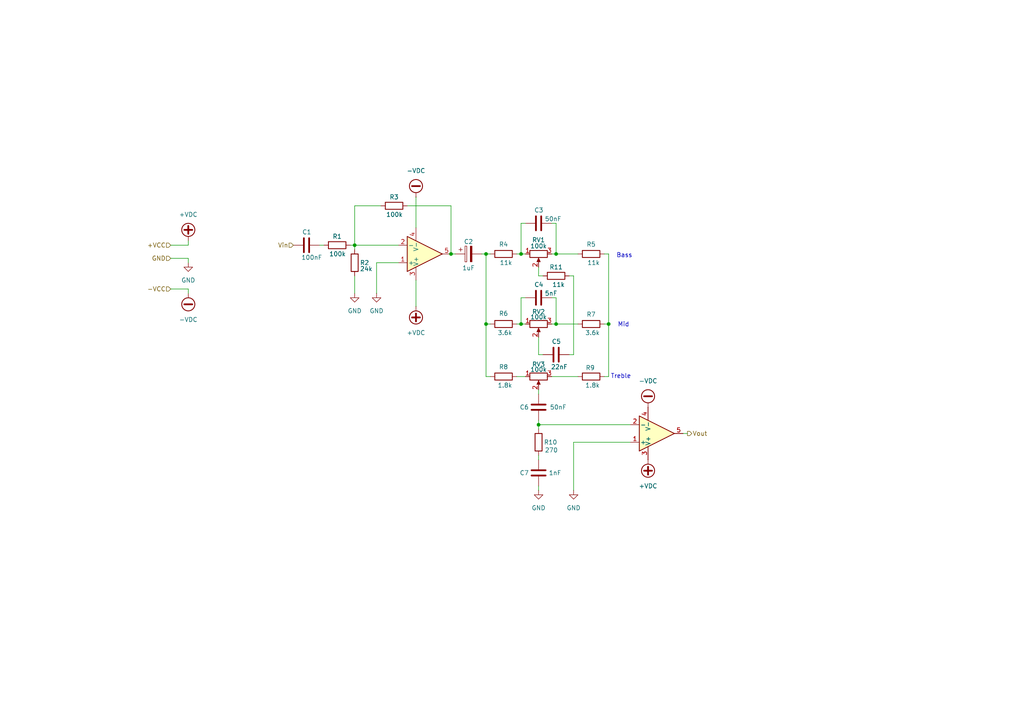
<source format=kicad_sch>
(kicad_sch (version 20231120) (generator "eeschema") (generator_version "8.0")
  (paper "A4")
  (lib_symbols
    (symbol "Device:C" (pin_numbers hide) (pin_names (offset 0.254))
      (property "Reference" "C" (at 0.635 2.54 0))
      (property "Value" "C" (at 0.635 -2.54 0))
      (symbol "C_0_1"
        (polyline (pts (xy -2.032 -0.762) (xy 2.032 -0.762)) (stroke (width 0.508)))
        (polyline (pts (xy -2.032 0.762) (xy 2.032 0.762)) (stroke (width 0.508)))
      )
      (symbol "C_1_1"
        (pin passive line (at 0 3.81 270) (length 2.794) (name "~") (number "1"))
        (pin passive line (at 0 -3.81 90) (length 2.794) (name "~") (number "2"))
      )
    )
    (symbol "Device:C_Polarized" (pin_numbers hide) (pin_names (offset 0.254))
      (property "Reference" "C" (at 0.635 2.54 0))
      (property "Value" "C_Polarized" (at 0.635 -2.54 0))
      (symbol "C_Polarized_0_1"
        (rectangle (start -2.286 0.508) (end 2.286 1.016))
        (polyline (pts (xy -1.778 2.286) (xy -0.762 2.286)))
        (polyline (pts (xy -1.27 2.794) (xy -1.27 1.778)))
        (rectangle (start 2.286 -0.508) (end -2.286 -1.016) (fill (type outline)))
      )
      (symbol "C_Polarized_1_1"
        (pin passive line (at 0 3.81 270) (length 2.794) (name "~") (number "1"))
        (pin passive line (at 0 -3.81 90) (length 2.794) (name "~") (number "2"))
      )
    )
    (symbol "Device:R" (pin_numbers hide) (pin_names (offset 0))
      (property "Reference" "R" (at 2.032 0 90))
      (property "Value" "R" (at 0 0 90))
      (symbol "R_0_1"
        (rectangle (start -1.016 -2.54) (end 1.016 2.54) (stroke (width 0.254)))
      )
      (symbol "R_1_1"
        (pin passive line (at 0 3.81 270) (length 1.27) (name "~") (number "1"))
        (pin passive line (at 0 -3.81 90) (length 1.27) (name "~") (number "2"))
      )
    )
    (symbol "Device:R_Potentiometer" (pin_names (offset 1.016) hide)
      (property "Reference" "RV" (at -4.445 0 90))
      (property "Value" "R_Potentiometer" (at -2.54 0 90))
      (symbol "R_Potentiometer_0_1"
        (polyline (pts (xy 2.54 0) (xy 1.524 0)))
        (polyline (pts (xy 1.143 0) (xy 2.286 0.508) (xy 2.286 -0.508) (xy 1.143 0)) (fill (type outline)))
        (rectangle (start 1.016 2.54) (end -1.016 -2.54) (stroke (width 0.254)))
      )
      (symbol "R_Potentiometer_1_1"
        (pin passive line (at 0 3.81 270) (length 1.27) (name "1") (number "1"))
        (pin passive line (at 3.81 0 180) (length 1.27) (name "2") (number "2"))
        (pin passive line (at 0 -3.81 90) (length 1.27) (name "3") (number "3"))
      )
    )
    (symbol "Simulation_SPICE:OPAMP" (pin_names (offset 0.254))
      (property "Reference" "U" (at 3.81 3.175 0))
      (property "Value" "${SIM.PARAMS}" (at 3.81 -3.175 0))
      (symbol "OPAMP_0_1"
        (polyline (pts (xy 5.08 0) (xy -5.08 5.08) (xy -5.08 -5.08) (xy 5.08 0)) (stroke (width 0.254)) (fill (type background)))
      )
      (symbol "OPAMP_1_1"
        (pin input line (at -7.62 2.54 0) (length 2.54) (name "+") (number "1"))
        (pin input line (at -7.62 -2.54 0) (length 2.54) (name "-") (number "2"))
        (pin power_in line (at -2.54 7.62 270) (length 3.81) (name "V+") (number "3"))
        (pin power_in line (at -2.54 -7.62 90) (length 3.81) (name "V-") (number "4"))
        (pin output line (at 7.62 0 180) (length 2.54) (name "~") (number "5"))
      )
    )
    (symbol "power:+VDC" (power) (pin_numbers hide) (pin_names (offset 0) hide)
      (property "Value" "+VDC" (at 0 6.35 0))
      (symbol "+VDC_0_1"
        (polyline (pts (xy -1.143 3.175) (xy 1.143 3.175)) (stroke (width 0.508)))
        (polyline (pts (xy 0 0) (xy 0 1.27)))
        (polyline (pts (xy 0 2.032) (xy 0 4.318)) (stroke (width 0.508)))
        (circle (center 0 3.175) (radius 1.905) (stroke (width 0.254)))
      )
      (symbol "+VDC_1_1"
        (pin power_in line (at 0 0 90) (length 0) (name "~") (number "1"))
      )
    )
    (symbol "power:-VDC" (power) (pin_numbers hide) (pin_names (offset 0) hide)
      (property "Value" "-VDC" (at 0 6.35 0))
      (symbol "-VDC_0_1"
        (polyline (pts (xy -1.143 3.175) (xy 1.143 3.175)) (stroke (width 0.508)))
        (polyline (pts (xy 0 0) (xy 0 1.27)))
        (circle (center 0 3.175) (radius 1.905) (stroke (width 0.254)))
      )
      (symbol "-VDC_1_1"
        (pin power_in line (at 0 0 90) (length 0) (name "~") (number "1"))
      )
    )
    (symbol "power:GND" (power) (pin_numbers hide) (pin_names (offset 0) hide)
      (property "Value" "GND" (at 0 -3.81 0))
      (symbol "GND_0_1"
        (polyline (pts (xy 0 0) (xy 0 -1.27) (xy 1.27 -1.27) (xy 0 -2.54) (xy -1.27 -1.27) (xy 0 -1.27)))
      )
      (symbol "GND_1_1"
        (pin power_in line (at 0 0 270) (length 0) (name "~") (number "1"))
      )
    )
  )
  (junction (at 140.97 93.98))
  (junction (at 102.87 71.12))
  (junction (at 161.29 93.98))
  (junction (at 156.21 123.19))
  (junction (at 130.81 73.66))
  (junction (at 140.97 73.66))
  (junction (at 151.13 73.66))
  (junction (at 161.29 73.66))
  (junction (at 176.53 93.98))
  (junction (at 151.13 93.98))
  (wire (pts (xy 160.02 109.22) (xy 167.64 109.22)))
  (wire (pts (xy 156.21 80.01) (xy 156.21 77.47)))
  (wire (pts (xy 151.13 73.66) (xy 149.86 73.66)))
  (wire (pts (xy 156.21 142.24) (xy 156.21 140.97)))
  (wire (pts (xy 102.87 71.12) (xy 115.57 71.12)))
  (wire (pts (xy 49.53 74.93) (xy 54.61 74.93)))
  (wire (pts (xy 161.29 93.98) (xy 167.64 93.98)))
  (wire (pts (xy 149.86 109.22) (xy 152.4 109.22)))
  (wire (pts (xy 156.21 123.19) (xy 156.21 121.92)))
  (wire (pts (xy 175.26 73.66) (xy 176.53 73.66)))
  (wire (pts (xy 160.02 86.36) (xy 161.29 86.36)))
  (wire (pts (xy 149.86 93.98) (xy 151.13 93.98)))
  (wire (pts (xy 152.4 64.77) (xy 151.13 64.77)))
  (wire (pts (xy 54.61 74.93) (xy 54.61 76.2)))
  (wire (pts (xy 140.97 73.66) (xy 140.97 93.98)))
  (wire (pts (xy 166.37 128.27) (xy 166.37 142.24)))
  (wire (pts (xy 49.53 71.12) (xy 54.61 71.12)))
  (wire (pts (xy 156.21 114.3) (xy 156.21 113.03)))
  (wire (pts (xy 102.87 80.01) (xy 102.87 85.09)))
  (wire (pts (xy 93.98 71.12) (xy 92.71 71.12)))
  (wire (pts (xy 151.13 93.98) (xy 152.4 93.98)))
  (wire (pts (xy 161.29 86.36) (xy 161.29 93.98)))
  (wire (pts (xy 140.97 73.66) (xy 139.7 73.66)))
  (wire (pts (xy 166.37 80.01) (xy 166.37 102.87)))
  (wire (pts (xy 175.26 109.22) (xy 176.53 109.22)))
  (wire (pts (xy 102.87 71.12) (xy 102.87 72.39)))
  (wire (pts (xy 156.21 102.87) (xy 157.48 102.87)))
  (wire (pts (xy 165.1 80.01) (xy 166.37 80.01)))
  (wire (pts (xy 156.21 133.35) (xy 156.21 132.08)))
  (wire (pts (xy 176.53 73.66) (xy 176.53 93.98)))
  (wire (pts (xy 54.61 83.82) (xy 54.61 85.09)))
  (wire (pts (xy 110.49 59.69) (xy 102.87 59.69)))
  (wire (pts (xy 156.21 97.79) (xy 156.21 102.87)))
  (wire (pts (xy 140.97 109.22) (xy 140.97 93.98)))
  (wire (pts (xy 54.61 71.12) (xy 54.61 69.85)))
  (wire (pts (xy 176.53 93.98) (xy 175.26 93.98)))
  (wire (pts (xy 102.87 71.12) (xy 101.6 71.12)))
  (wire (pts (xy 120.65 57.15) (xy 120.65 66.04)))
  (wire (pts (xy 109.22 76.2) (xy 115.57 76.2)))
  (wire (pts (xy 118.11 59.69) (xy 130.81 59.69)))
  (wire (pts (xy 132.08 73.66) (xy 130.81 73.66)))
  (wire (pts (xy 130.81 59.69) (xy 130.81 73.66)))
  (wire (pts (xy 161.29 73.66) (xy 160.02 73.66)))
  (wire (pts (xy 166.37 128.27) (xy 182.88 128.27)))
  (wire (pts (xy 142.24 109.22) (xy 140.97 109.22)))
  (wire (pts (xy 152.4 73.66) (xy 151.13 73.66)))
  (wire (pts (xy 157.48 80.01) (xy 156.21 80.01)))
  (wire (pts (xy 142.24 73.66) (xy 140.97 73.66)))
  (wire (pts (xy 156.21 124.46) (xy 156.21 123.19)))
  (wire (pts (xy 49.53 83.82) (xy 54.61 83.82)))
  (wire (pts (xy 156.21 123.19) (xy 182.88 123.19)))
  (wire (pts (xy 160.02 64.77) (xy 161.29 64.77)))
  (wire (pts (xy 151.13 86.36) (xy 151.13 93.98)))
  (wire (pts (xy 152.4 86.36) (xy 151.13 86.36)))
  (wire (pts (xy 176.53 109.22) (xy 176.53 93.98)))
  (wire (pts (xy 167.64 73.66) (xy 161.29 73.66)))
  (wire (pts (xy 161.29 64.77) (xy 161.29 73.66)))
  (wire (pts (xy 151.13 64.77) (xy 151.13 73.66)))
  (wire (pts (xy 109.22 76.2) (xy 109.22 85.09)))
  (wire (pts (xy 140.97 93.98) (xy 142.24 93.98)))
  (wire (pts (xy 102.87 59.69) (xy 102.87 71.12)))
  (wire (pts (xy 120.65 88.9) (xy 120.65 81.28)))
  (wire (pts (xy 166.37 102.87) (xy 165.1 102.87)))
  (wire (pts (xy 160.02 93.98) (xy 161.29 93.98)))
  (wire (pts (xy 199.39 125.73) (xy 198.12 125.73)))
  (text "Bass" (at 181.102 74.168 0) (effects (font (size 1.27 1.27))))
  (text "Mid" (at 180.848 94.234 0) (effects (font (size 1.27 1.27))))
  (text "Treble" (at 180.086 109.22 0) (effects (font (size 1.27 1.27))))
  (hierarchical_label "Vout" (shape output) (at 199.39 125.73 0))
  (hierarchical_label "+VCC" (shape input) (at 49.53 71.12 180))
  (hierarchical_label "-VCC" (shape input) (at 49.53 83.82 180))
  (hierarchical_label "GND" (shape input) (at 49.53 74.93 180))
  (hierarchical_label "Vin" (shape input) (at 85.09 71.12 180))
  (symbol (lib_id "Device:R_Potentiometer") (at 156.21 73.66 90) (mirror x) (unit 1)
    (property "Reference" "RV1" (at 156.21 69.596 90))
    (property "Value" "100k" (at 156.21 71.374 90))
    (property "Description" "Potentiometer" (effects (hide yes)))
  )
  (symbol (lib_id "Device:R") (at 146.05 73.66 90) (mirror x) (unit 1)
    (property "Reference" "R4" (at 146.05 70.866 90))
    (property "Value" "11k" (at 148.59 76.2 90) (effects (justify left)))
    (property "Description" "Resistor" (effects (hide yes)))
  )
  (symbol (lib_id "Device:R") (at 156.21 128.27 0) (unit 1)
    (property "Reference" "R10" (at 157.734 128.27 0) (effects (justify left)))
    (property "Value" "270" (at 157.988 130.556 0) (effects (justify left)))
    (property "Description" "Resistor" (effects (hide yes)))
  )
  (symbol (lib_id "Device:R_Potentiometer") (at 156.21 93.98 90) (mirror x) (unit 1)
    (property "Reference" "RV2" (at 156.21 90.424 90))
    (property "Value" "100k" (at 156.21 91.948 90))
    (property "Description" "Potentiometer" (effects (hide yes)))
  )
  (symbol (lib_id "power:GND") (at 102.87 85.09 0) (unit 1)
    (property "Reference" "#PWR0103" (effects (hide yes)))
    (property "Value" "GND" (at 102.87 90.17 0))
    (property "Description" "Power symbol creates a global label with name \"GND\" , ground" (effects (hide yes)))
  )
  (symbol (lib_id "power:-VDC") (at 187.96 118.11 0) (mirror y) (unit 1)
    (property "Reference" "#PWR0112" (effects (hide yes)))
    (property "Value" "-VDC" (at 187.96 110.49 0))
    (property "Description" "Power symbol creates a global label with name \"-VDC\"" (effects (hide yes)))
  )
  (symbol (lib_id "power:-VDC") (at 54.61 85.09 0) (mirror x) (unit 1)
    (property "Reference" "#PWR041" (effects (hide yes)))
    (property "Value" "-VDC" (at 54.61 92.71 0))
    (property "Description" "Power symbol creates a global label with name \"-VDC\"" (effects (hide yes)))
  )
  (symbol (lib_id "power:+VDC") (at 187.96 133.35 180) (unit 1)
    (property "Reference" "#PWR0111" (effects (hide yes)))
    (property "Value" "+VDC" (at 187.96 140.97 0))
    (property "Description" "Power symbol creates a global label with name \"+VDC\"" (effects (hide yes)))
  )
  (symbol (lib_id "Device:C") (at 161.29 102.87 90) (mirror x) (unit 1)
    (property "Reference" "C5" (at 160.02 99.06 90) (effects (justify right)))
    (property "Value" "22nF" (at 159.766 106.426 90) (effects (justify right)))
    (property "Description" "Unpolarized capacitor" (effects (hide yes)))
  )
  (symbol (lib_id "Device:R") (at 102.87 76.2 0) (unit 1)
    (property "Reference" "R2" (at 104.394 76.2 0) (effects (justify left)))
    (property "Value" "24k" (at 104.394 77.978 0) (effects (justify left)))
    (property "Description" "Resistor" (effects (hide yes)))
  )
  (symbol (lib_id "Device:C_Polarized") (at 135.89 73.66 90) (mirror x) (unit 1)
    (property "Reference" "C2" (at 135.89 70.104 90))
    (property "Value" "1uF" (at 135.89 77.724 90))
    (property "Description" "Polarized capacitor" (effects (hide yes)))
  )
  (symbol (lib_id "power:GND") (at 54.61 76.2 0) (mirror y) (unit 1)
    (property "Reference" "#PWR040" (effects (hide yes)))
    (property "Value" "GND" (at 54.61 81.28 0))
    (property "Description" "Power symbol creates a global label with name \"GND\" , ground" (effects (hide yes)))
  )
  (symbol (lib_id "power:-VDC") (at 120.65 57.15 0) (mirror y) (unit 1)
    (property "Reference" "#PWR059" (effects (hide yes)))
    (property "Value" "-VDC" (at 120.65 49.53 0))
    (property "Description" "Power symbol creates a global label with name \"-VDC\"" (effects (hide yes)))
  )
  (symbol (lib_id "Device:R") (at 171.45 93.98 90) (mirror x) (unit 1)
    (property "Reference" "R7" (at 171.45 91.186 90))
    (property "Value" "3.6k" (at 173.99 96.52 90) (effects (justify left)))
    (property "Description" "Resistor" (effects (hide yes)))
  )
  (symbol (lib_id "Simulation_SPICE:OPAMP") (at 190.5 125.73 0) (mirror x) (unit 1)
    (property "Reference" "U10" (effects (hide yes)))
    (property "Value" "${SIM.PARAMS}" (effects (hide yes)))
    (property "Datasheet" "https://ngspice.sourceforge.io/docs/ngspice-html-manual/manual.xhtml#sec__SUBCKT_Subcircuits" (effects (hide yes)))
    (property "Description" "Operational amplifier, single, node sequence=1:+ 2:- 3:OUT 4:V+ 5:V-" (effects (hide yes)))
    (property "Sim.Pins" "1=in+ 2=in- 3=vcc 4=vee 5=out" (effects (hide yes)))
    (property "Sim.Device" "SUBCKT" (effects (hide yes)))
    (property "Sim.Library" "${KICAD8_SYMBOL_DIR}/Simulation_SPICE.sp" (effects (hide yes)))
    (property "Sim.Name" "kicad_builtin_opamp" (effects (hide yes)))
  )
  (symbol (lib_id "power:GND") (at 156.21 142.24 0) (unit 1)
    (property "Reference" "#PWR0105" (effects (hide yes)))
    (property "Value" "GND" (at 156.21 147.32 0))
    (property "Description" "Power symbol creates a global label with name \"GND\" , ground" (effects (hide yes)))
  )
  (symbol (lib_id "power:GND") (at 166.37 142.24 0) (unit 1)
    (property "Reference" "#PWR0106" (effects (hide yes)))
    (property "Value" "GND" (at 166.37 147.32 0))
    (property "Description" "Power symbol creates a global label with name \"GND\" , ground" (effects (hide yes)))
  )
  (symbol (lib_id "Device:C") (at 88.9 71.12 90) (mirror x) (unit 1)
    (property "Reference" "C1" (at 87.63 67.31 90) (effects (justify right)))
    (property "Value" "100nF" (at 87.376 74.676 90) (effects (justify right)))
    (property "Description" "Unpolarized capacitor" (effects (hide yes)))
  )
  (symbol (lib_id "Device:C") (at 156.21 86.36 90) (mirror x) (unit 1)
    (property "Reference" "C4" (at 154.94 82.55 90) (effects (justify right)))
    (property "Value" "5nF" (at 157.988 85.09 90) (effects (justify right)))
    (property "Description" "Unpolarized capacitor" (effects (hide yes)))
  )
  (symbol (lib_id "Device:C") (at 156.21 118.11 0) (mirror x) (unit 1)
    (property "Reference" "C6" (at 153.416 118.11 0) (effects (justify right)))
    (property "Value" "50nF" (at 164.338 118.11 0) (effects (justify right)))
    (property "Description" "Unpolarized capacitor" (effects (hide yes)))
  )
  (symbol (lib_id "power:+VDC") (at 54.61 69.85 0) (unit 1)
    (property "Reference" "#PWR039" (effects (hide yes)))
    (property "Value" "+VDC" (at 54.61 62.23 0))
    (property "Description" "Power symbol creates a global label with name \"+VDC\"" (effects (hide yes)))
  )
  (symbol (lib_id "Device:C") (at 156.21 64.77 90) (mirror x) (unit 1)
    (property "Reference" "C3" (at 154.94 60.96 90) (effects (justify right)))
    (property "Value" "50nF" (at 157.988 63.5 90) (effects (justify right)))
    (property "Description" "Unpolarized capacitor" (effects (hide yes)))
  )
  (symbol (lib_id "Device:R") (at 171.45 109.22 90) (mirror x) (unit 1)
    (property "Reference" "R9" (at 171.196 106.68 90))
    (property "Value" "1.8k" (at 173.99 111.76 90) (effects (justify left)))
    (property "Description" "Resistor" (effects (hide yes)))
  )
  (symbol (lib_id "Simulation_SPICE:OPAMP") (at 123.19 73.66 0) (mirror x) (unit 1)
    (property "Reference" "U7" (effects (hide yes)))
    (property "Value" "${SIM.PARAMS}" (effects (hide yes)))
    (property "Datasheet" "https://ngspice.sourceforge.io/docs/ngspice-html-manual/manual.xhtml#sec__SUBCKT_Subcircuits" (effects (hide yes)))
    (property "Description" "Operational amplifier, single, node sequence=1:+ 2:- 3:OUT 4:V+ 5:V-" (effects (hide yes)))
    (property "Sim.Pins" "1=in+ 2=in- 3=vcc 4=vee 5=out" (effects (hide yes)))
    (property "Sim.Device" "SUBCKT" (effects (hide yes)))
    (property "Sim.Library" "${KICAD8_SYMBOL_DIR}/Simulation_SPICE.sp" (effects (hide yes)))
    (property "Sim.Name" "kicad_builtin_opamp" (effects (hide yes)))
  )
  (symbol (lib_id "Device:R") (at 171.45 73.66 90) (mirror x) (unit 1)
    (property "Reference" "R5" (at 171.45 70.866 90))
    (property "Value" "11k" (at 173.99 76.2 90) (effects (justify left)))
    (property "Description" "Resistor" (effects (hide yes)))
  )
  (symbol (lib_id "Device:R") (at 161.29 80.01 90) (mirror x) (unit 1)
    (property "Reference" "R11" (at 161.29 77.47 90))
    (property "Value" "11k" (at 163.83 82.55 90) (effects (justify left)))
    (property "Description" "Resistor" (effects (hide yes)))
  )
  (symbol (lib_id "Device:R") (at 146.05 109.22 90) (mirror x) (unit 1)
    (property "Reference" "R8" (at 146.05 106.426 90))
    (property "Value" "1.8k" (at 148.59 111.76 90) (effects (justify left)))
    (property "Description" "Resistor" (effects (hide yes)))
  )
  (symbol (lib_id "power:+VDC") (at 120.65 88.9 180) (unit 1)
    (property "Reference" "#PWR058" (effects (hide yes)))
    (property "Value" "+VDC" (at 120.65 96.52 0))
    (property "Description" "Power symbol creates a global label with name \"+VDC\"" (effects (hide yes)))
  )
  (symbol (lib_id "power:GND") (at 109.22 85.09 0) (unit 1)
    (property "Reference" "#PWR0104" (effects (hide yes)))
    (property "Value" "GND" (at 109.22 90.17 0))
    (property "Description" "Power symbol creates a global label with name \"GND\" , ground" (effects (hide yes)))
  )
  (symbol (lib_id "Device:R") (at 114.3 59.69 90) (mirror x) (unit 1)
    (property "Reference" "R3" (at 114.3 57.15 90))
    (property "Value" "100k" (at 116.84 62.23 90) (effects (justify left)))
    (property "Description" "Resistor" (effects (hide yes)))
  )
  (symbol (lib_id "Device:C") (at 156.21 137.16 0) (mirror x) (unit 1)
    (property "Reference" "C7" (at 153.416 137.16 0) (effects (justify right)))
    (property "Value" "1nF" (at 162.814 137.16 0) (effects (justify right)))
    (property "Description" "Unpolarized capacitor" (effects (hide yes)))
  )
  (symbol (lib_id "Device:R") (at 97.79 71.12 90) (mirror x) (unit 1)
    (property "Reference" "R1" (at 97.79 68.58 90))
    (property "Value" "100k" (at 100.33 73.66 90) (effects (justify left)))
    (property "Description" "Resistor" (effects (hide yes)))
  )
  (symbol (lib_id "Device:R_Potentiometer") (at 156.21 109.22 90) (mirror x) (unit 1)
    (property "Reference" "RV3" (at 156.21 105.664 90))
    (property "Value" "100k" (at 156.21 107.188 90))
    (property "Description" "Potentiometer" (effects (hide yes)))
  )
  (symbol (lib_id "Device:R") (at 146.05 93.98 90) (mirror x) (unit 1)
    (property "Reference" "R6" (at 146.05 90.932 90))
    (property "Value" "3.6k" (at 148.59 96.52 90) (effects (justify left)))
    (property "Description" "Resistor" (effects (hide yes)))
  )
)
</source>
